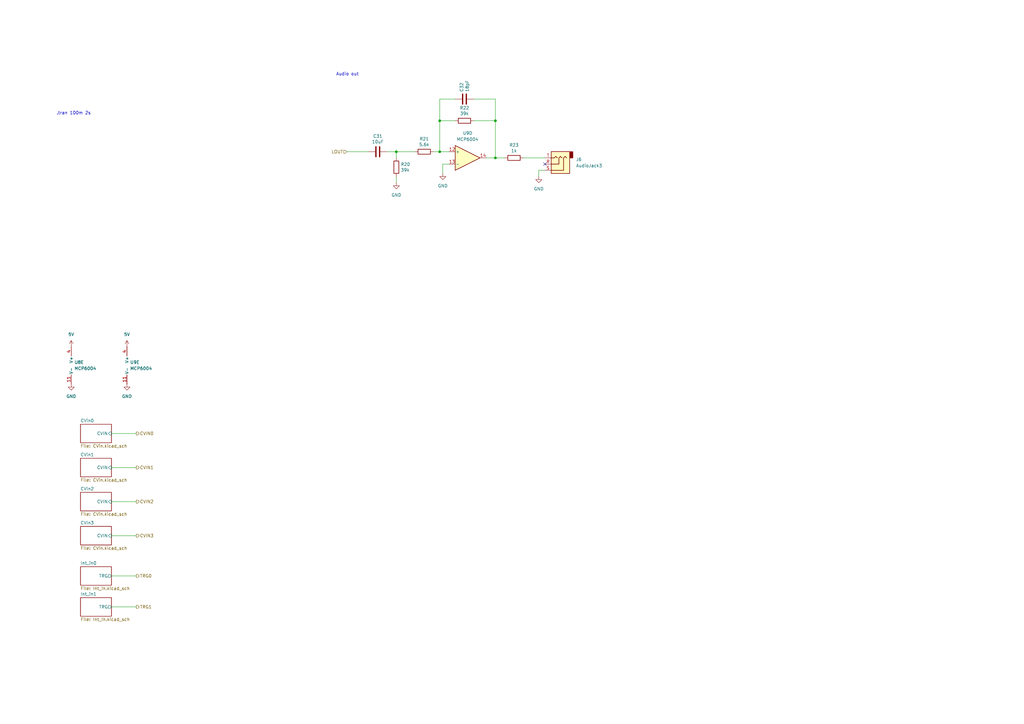
<source format=kicad_sch>
(kicad_sch (version 20231120) (generator "eeschema") (generator_version "8.0")
  (paper "A3")
  (lib_symbols
    (symbol "Amplifier_Operational:MCP6004" (pin_names (offset 0.127))
      (property "Reference" "U" (at 0 5.08 0))
      (property "Value" "MCP6004" (at 0 -5.08 0))
      (symbol "MCP6004_1_1"
        (polyline (pts (xy -5.08 5.08) (xy 5.08 0) (xy -5.08 -5.08) (xy -5.08 5.08)) (stroke (width 0.254)) (fill (type background)))
        (pin output line (at 7.62 0 180) (length 2.54) (name "~") (number "1"))
        (pin input line (at -7.62 -2.54 0) (length 2.54) (name "-") (number "2"))
        (pin input line (at -7.62 2.54 0) (length 2.54) (name "+") (number "3"))
      )
      (symbol "MCP6004_2_1"
        (polyline (pts (xy -5.08 5.08) (xy 5.08 0) (xy -5.08 -5.08) (xy -5.08 5.08)) (stroke (width 0.254)) (fill (type background)))
        (pin input line (at -7.62 2.54 0) (length 2.54) (name "+") (number "5"))
        (pin input line (at -7.62 -2.54 0) (length 2.54) (name "-") (number "6"))
        (pin output line (at 7.62 0 180) (length 2.54) (name "~") (number "7"))
      )
      (symbol "MCP6004_3_1"
        (polyline (pts (xy -5.08 5.08) (xy 5.08 0) (xy -5.08 -5.08) (xy -5.08 5.08)) (stroke (width 0.254)) (fill (type background)))
        (pin input line (at -7.62 2.54 0) (length 2.54) (name "+") (number "10"))
        (pin output line (at 7.62 0 180) (length 2.54) (name "~") (number "8"))
        (pin input line (at -7.62 -2.54 0) (length 2.54) (name "-") (number "9"))
      )
      (symbol "MCP6004_4_1"
        (polyline (pts (xy -5.08 5.08) (xy 5.08 0) (xy -5.08 -5.08) (xy -5.08 5.08)) (stroke (width 0.254)) (fill (type background)))
        (pin input line (at -7.62 2.54 0) (length 2.54) (name "+") (number "12"))
        (pin input line (at -7.62 -2.54 0) (length 2.54) (name "-") (number "13"))
        (pin output line (at 7.62 0 180) (length 2.54) (name "~") (number "14"))
      )
      (symbol "MCP6004_5_1"
        (pin power_in line (at -2.54 -7.62 90) (length 3.81) (name "V-") (number "11"))
        (pin power_in line (at -2.54 7.62 270) (length 3.81) (name "V+") (number "4"))
      )
    )
    (symbol "Connector_Audio:AudioJack3"
      (property "Reference" "J" (at 0 8.89 0))
      (property "Value" "AudioJack3" (at 0 6.35 0))
      (symbol "AudioJack3_0_1"
        (rectangle (start -5.08 -5.08) (end -6.35 -2.54) (stroke (width 0.254)) (fill (type outline)))
        (polyline (pts (xy 0 -2.54) (xy 0.635 -3.175) (xy 1.27 -2.54) (xy 2.54 -2.54)) (stroke (width 0.254)))
        (polyline (pts (xy -1.905 -2.54) (xy -1.27 -3.175) (xy -0.635 -2.54) (xy -0.635 0) (xy 2.54 0)) (stroke (width 0.254)))
        (polyline (pts (xy 2.54 2.54) (xy -2.54 2.54) (xy -2.54 -2.54) (xy -3.175 -3.175) (xy -3.81 -2.54)) (stroke (width 0.254)))
        (rectangle (start 2.54 3.81) (end -5.08 -5.08) (stroke (width 0.254)) (fill (type background)))
      )
      (symbol "AudioJack3_1_1"
        (pin passive line (at 5.08 0 180) (length 2.54) (name "~") (number "R"))
        (pin passive line (at 5.08 2.54 180) (length 2.54) (name "~") (number "S"))
        (pin passive line (at 5.08 -2.54 180) (length 2.54) (name "~") (number "T"))
      )
    )
    (symbol "Device:C" (pin_numbers hide) (pin_names (offset 0.254))
      (property "Reference" "C" (at 0.635 2.54 0))
      (property "Value" "C" (at 0.635 -2.54 0))
      (symbol "C_0_1"
        (polyline (pts (xy -2.032 -0.762) (xy 2.032 -0.762)) (stroke (width 0.508)))
        (polyline (pts (xy -2.032 0.762) (xy 2.032 0.762)) (stroke (width 0.508)))
      )
      (symbol "C_1_1"
        (pin passive line (at 0 3.81 270) (length 2.794) (name "~") (number "1"))
        (pin passive line (at 0 -3.81 90) (length 2.794) (name "~") (number "2"))
      )
    )
    (symbol "Device:R" (pin_numbers hide) (pin_names (offset 0))
      (property "Reference" "R" (at 2.032 0 90))
      (property "Value" "R" (at 0 0 90))
      (symbol "R_0_1"
        (rectangle (start -1.016 -2.54) (end 1.016 2.54) (stroke (width 0.254)))
      )
      (symbol "R_1_1"
        (pin passive line (at 0 3.81 270) (length 1.27) (name "~") (number "1"))
        (pin passive line (at 0 -3.81 90) (length 1.27) (name "~") (number "2"))
      )
    )
    (symbol "power:+5V" (power) (pin_numbers hide) (pin_names (offset 0) hide)
      (property "Value" "+5V" (at 0 3.556 0))
      (symbol "+5V_0_1"
        (polyline (pts (xy -0.762 1.27) (xy 0 2.54)))
        (polyline (pts (xy 0 0) (xy 0 2.54)))
        (polyline (pts (xy 0 2.54) (xy 0.762 1.27)))
      )
      (symbol "+5V_1_1"
        (pin power_in line (at 0 0 90) (length 0) (name "~") (number "1"))
      )
    )
    (symbol "power:GND" (power) (pin_numbers hide) (pin_names (offset 0) hide)
      (property "Value" "GND" (at 0 -3.81 0))
      (symbol "GND_0_1"
        (polyline (pts (xy 0 0) (xy 0 -1.27) (xy 1.27 -1.27) (xy 0 -2.54) (xy -1.27 -1.27) (xy 0 -1.27)))
      )
      (symbol "GND_1_1"
        (pin power_in line (at 0 0 270) (length 0) (name "~") (number "1"))
      )
    )
  )
  (junction (at 203.2 64.77))
  (junction (at 180.34 49.53))
  (junction (at 180.34 62.23))
  (junction (at 162.56 62.23))
  (junction (at 203.2 49.53))
  (no_connect (at 223.52 67.31))
  (wire (pts (xy 45.72 205.74) (xy 55.88 205.74)))
  (wire (pts (xy 45.72 236.22) (xy 55.88 236.22)))
  (wire (pts (xy 162.56 64.77) (xy 162.56 62.23)))
  (wire (pts (xy 223.52 69.85) (xy 220.98 69.85)))
  (wire (pts (xy 151.13 62.23) (xy 142.24 62.23)))
  (wire (pts (xy 194.31 49.53) (xy 203.2 49.53)))
  (wire (pts (xy 45.72 248.92) (xy 55.88 248.92)))
  (wire (pts (xy 199.39 64.77) (xy 203.2 64.77)))
  (wire (pts (xy 184.15 67.31) (xy 181.61 67.31)))
  (wire (pts (xy 186.69 40.64) (xy 180.34 40.64)))
  (wire (pts (xy 214.63 64.77) (xy 223.52 64.77)))
  (wire (pts (xy 180.34 62.23) (xy 184.15 62.23)))
  (wire (pts (xy 194.31 40.64) (xy 203.2 40.64)))
  (wire (pts (xy 203.2 64.77) (xy 207.01 64.77)))
  (wire (pts (xy 158.75 62.23) (xy 162.56 62.23)))
  (wire (pts (xy 162.56 72.39) (xy 162.56 74.93)))
  (wire (pts (xy 186.69 49.53) (xy 180.34 49.53)))
  (wire (pts (xy 220.98 69.85) (xy 220.98 72.39)))
  (wire (pts (xy 203.2 40.64) (xy 203.2 49.53)))
  (wire (pts (xy 180.34 40.64) (xy 180.34 49.53)))
  (wire (pts (xy 177.8 62.23) (xy 180.34 62.23)))
  (wire (pts (xy 45.72 219.71) (xy 55.88 219.71)))
  (wire (pts (xy 181.61 67.31) (xy 181.61 71.12)))
  (wire (pts (xy 203.2 49.53) (xy 203.2 64.77)))
  (wire (pts (xy 162.56 62.23) (xy 170.18 62.23)))
  (wire (pts (xy 180.34 49.53) (xy 180.34 62.23)))
  (wire (pts (xy 45.72 191.77) (xy 55.88 191.77)))
  (wire (pts (xy 45.72 177.8) (xy 55.88 177.8)))
  (text "Audio out\n" (at 142.494 30.48 0) (effects (font (size 1.27 1.27))))
  (text ".tran 100m 2s" (at 30.226 46.482 0) (effects (font (size 1.27 1.27))))
  (hierarchical_label "CVIN2" (shape output) (at 55.88 205.74 0))
  (hierarchical_label "LOUT" (shape input) (at 142.24 62.23 180))
  (hierarchical_label "CVIN3" (shape output) (at 55.88 219.71 0))
  (hierarchical_label "TRG0" (shape output) (at 55.88 236.22 0))
  (hierarchical_label "TRG1" (shape output) (at 55.88 248.92 0))
  (hierarchical_label "CVIN0" (shape output) (at 55.88 177.8 0))
  (hierarchical_label "CVIN1" (shape output) (at 55.88 191.77 0))
  (symbol (lib_id "Device:C") (at 154.94 62.23 270) (unit 1)
    (property "Reference" "C31" (at 154.94 55.8292 90))
    (property "Value" "10uF" (at 154.94 58.1406 90))
    (property "Footprint" "Capacitor_SMD:C_0805_2012Metric" (effects (hide yes)))
    (property "RefNum" "_generic_" (effects (hide yes)))
  )
  (symbol (lib_id "power:GND") (at 220.98 72.39 0) (unit 1)
    (property "Reference" "#PWR062" (effects (hide yes)))
    (property "Value" "GND" (at 220.98 77.47 0))
    (property "Description" "Power symbol creates a global label with name \"GND\" , ground" (effects (hide yes)))
  )
  (symbol (lib_id "power:+5V") (at 52.07 142.24 0) (unit 1)
    (property "Reference" "#PWR058" (effects (hide yes)))
    (property "Value" "5V" (at 52.07 137.16 0))
    (property "Description" "Power symbol creates a global label with name \"+5V\"" (effects (hide yes)))
  )
  (symbol (lib_id "power:GND") (at 162.56 74.93 0) (unit 1)
    (property "Reference" "#PWR060" (effects (hide yes)))
    (property "Value" "GND" (at 162.56 80.01 0))
    (property "Description" "Power symbol creates a global label with name \"GND\" , ground" (effects (hide yes)))
  )
  (symbol (lib_id "power:+5V") (at 29.21 142.24 0) (unit 1)
    (property "Reference" "#PWR056" (effects (hide yes)))
    (property "Value" "5V" (at 29.21 137.16 0))
    (property "Description" "Power symbol creates a global label with name \"+5V\"" (effects (hide yes)))
  )
  (symbol (lib_id "power:GND") (at 181.61 71.12 0) (unit 1)
    (property "Reference" "#PWR061" (effects (hide yes)))
    (property "Value" "GND" (at 181.61 76.2 0))
    (property "Description" "Power symbol creates a global label with name \"GND\" , ground" (effects (hide yes)))
  )
  (symbol (lib_id "Device:R") (at 162.56 68.58 0) (unit 1)
    (property "Reference" "R20" (at 164.338 67.4116 0) (effects (justify left)))
    (property "Value" "39k" (at 164.338 69.723 0) (effects (justify left)))
    (property "Footprint" "Resistor_SMD:R_0402_1005Metric" (effects (hide yes)))
    (property "RefNum" "_generic_" (effects (hide yes)))
  )
  (symbol (lib_id "Amplifier_Operational:MCP6004") (at 31.75 149.86 0) (unit 5)
    (property "Reference" "U8" (at 30.48 148.5899 0) (effects (justify left)))
    (property "Value" "MCP6004" (at 30.48 151.1299 0) (effects (justify left)))
    (property "Footprint" "Package_SO:TSSOP-14_4.4x5mm_P0.65mm" (effects (hide yes)))
    (property "Datasheet" "http://ww1.microchip.com/downloads/en/DeviceDoc/21733j.pdf" (effects (hide yes)))
    (property "Description" "1MHz, Low-Power Op Amp, DIP-14/SOIC-14/TSSOP-14" (effects (hide yes)))
    (property "Sim.Library" "/home/eve/Documents/asynth2osc/kicad/asynthosc/spice_mods/MCP600x.txt" (effects (hide yes)))
    (property "Sim.Name" "MCP6004_pinout" (effects (hide yes)))
    (property "Sim.Device" "SUBCKT" (effects (hide yes)))
    (property "Sim.Pins" "1=1 2=2 3=3 4=4 5=5 6=6 7=7 8=8 9=9 10=10 11=11 12=12 13=13 14=14" (effects (hide yes)))
    (property "Manufacturer" "Microchip" (effects (hide yes)))
    (property "RefNum" " MCP6004T-E/ST" (effects (hide yes)))
  )
  (symbol (lib_id "Device:R") (at 173.99 62.23 270) (unit 1)
    (property "Reference" "R21" (at 173.99 56.9722 90))
    (property "Value" "5.6k" (at 173.99 59.2836 90))
    (property "Footprint" "Resistor_SMD:R_0402_1005Metric" (effects (hide yes)))
    (property "RefNum" "_generic_" (effects (hide yes)))
  )
  (symbol (lib_id "Device:R") (at 190.5 49.53 270) (unit 1)
    (property "Reference" "R22" (at 190.5 44.2722 90))
    (property "Value" "39k" (at 190.5 46.5836 90))
    (property "Footprint" "Resistor_SMD:R_0402_1005Metric" (effects (hide yes)))
    (property "RefNum" "_generic_" (effects (hide yes)))
  )
  (symbol (lib_id "Connector_Audio:AudioJack3") (at 228.6 67.31 180) (unit 1)
    (property "Reference" "J6" (at 236.22 65.4049 0) (effects (justify right)))
    (property "Value" "AudioJack3" (at 236.22 67.9449 0) (effects (justify right)))
    (property "Footprint" "asynthosc:Jack_3.5mm_3legs_XKB_PJ-3411_Vertical" (effects (hide yes)))
    (property "Description" "Audio Jack, 3 Poles (Stereo / TRS)" (effects (hide yes)))
    (property "Sim.Device" "V" (effects (hide yes)))
    (property "Sim.Type" "PULSE" (effects (hide yes)))
    (property "Sim.Pins" "R=+ T=-" (effects (hide yes)))
    (property "Sim.Params" "y1=0 y2=5 td=0 tr=0 tf=0 tw=0 per=32u" (effects (hide yes)))
    (property "Manufacturer" "XKB" (effects (hide yes)))
    (property "RefNum" "PJ-3411 " (effects (hide yes)))
  )
  (symbol (lib_id "power:GND") (at 29.21 157.48 0) (unit 1)
    (property "Reference" "#PWR057" (effects (hide yes)))
    (property "Value" "GND" (at 29.21 162.56 0))
    (property "Description" "Power symbol creates a global label with name \"GND\" , ground" (effects (hide yes)))
  )
  (symbol (lib_id "Device:R") (at 210.82 64.77 270) (unit 1)
    (property "Reference" "R23" (at 210.82 59.5122 90))
    (property "Value" "1k" (at 210.82 61.8236 90))
    (property "Footprint" "Resistor_SMD:R_0402_1005Metric" (effects (hide yes)))
    (property "RefNum" "_generic_" (effects (hide yes)))
  )
  (symbol (lib_id "Amplifier_Operational:MCP6004") (at 54.61 149.86 0) (unit 5)
    (property "Reference" "U9" (at 53.34 148.5899 0) (effects (justify left)))
    (property "Value" "MCP6004" (at 53.34 151.1299 0) (effects (justify left)))
    (property "Footprint" "Package_SO:TSSOP-14_4.4x5mm_P0.65mm" (effects (hide yes)))
    (property "Datasheet" "http://ww1.microchip.com/downloads/en/DeviceDoc/21733j.pdf" (effects (hide yes)))
    (property "Description" "1MHz, Low-Power Op Amp, DIP-14/SOIC-14/TSSOP-14" (effects (hide yes)))
    (property "Sim.Library" "/home/eve/Documents/asynth2osc/kicad/asynthosc/spice_mods/MCP600x.txt" (effects (hide yes)))
    (property "Sim.Name" "MCP6004_pinout" (effects (hide yes)))
    (property "Sim.Device" "SUBCKT" (effects (hide yes)))
    (property "Sim.Pins" "1=1 2=2 3=3 4=4 5=5 6=6 7=7 8=8 9=9 10=10 11=11 12=12 13=13 14=14" (effects (hide yes)))
    (property "Manufacturer" "Microchip" (effects (hide yes)))
    (property "RefNum" " MCP6004T-E/ST" (effects (hide yes)))
  )
  (symbol (lib_id "Device:C") (at 190.5 40.64 90) (unit 1)
    (property "Reference" "C32" (at 189.3316 37.719 0) (effects (justify left)))
    (property "Value" "18pF" (at 191.643 37.719 0) (effects (justify left)))
    (property "Footprint" "Capacitor_SMD:C_0603_1608Metric" (effects (hide yes)))
    (property "RefNum" "_generic_" (effects (hide yes)))
  )
  (symbol (lib_id "power:GND") (at 52.07 157.48 0) (unit 1)
    (property "Reference" "#PWR059" (effects (hide yes)))
    (property "Value" "GND" (at 52.07 162.56 0))
    (property "Description" "Power symbol creates a global label with name \"GND\" , ground" (effects (hide yes)))
  )
  (symbol (lib_id "Amplifier_Operational:MCP6004") (at 191.77 64.77 0) (unit 4)
    (property "Reference" "U9" (at 191.77 54.61 0))
    (property "Value" "MCP6004" (at 191.77 57.15 0))
    (property "Footprint" "Package_SO:TSSOP-14_4.4x5mm_P0.65mm" (effects (hide yes)))
    (property "Datasheet" "http://ww1.microchip.com/downloads/en/DeviceDoc/21733j.pdf" (effects (hide yes)))
    (property "Description" "1MHz, Low-Power Op Amp, DIP-14/SOIC-14/TSSOP-14" (effects (hide yes)))
    (property "Sim.Library" "/home/eve/Documents/asynth2osc/kicad/asynthosc/spice_mods/MCP600x.txt" (effects (hide yes)))
    (property "Sim.Name" "MCP6004_pinout" (effects (hide yes)))
    (property "Sim.Device" "SUBCKT" (effects (hide yes)))
    (property "Sim.Pins" "1=1 2=2 3=3 4=4 5=5 6=6 7=7 8=8 9=9 10=10 11=11 12=12 13=13 14=14" (effects (hide yes)))
    (property "Manufacturer" "Microchip" (effects (hide yes)))
    (property "RefNum" " MCP6004T-E/ST" (effects (hide yes)))
  )
  (sheet (at 33.02 245.11) (size 12.7 7.62) (stroke (width 0.1524))
    (property "Sheetname" "Int_in1" (at 33.02 244.3984 0) (effects (justify left bottom)))
    (property "Sheetfile" "Int_in.kicad_sch" (at 33.02 253.3146 0) (effects (justify left top)))
    (pin "TRG" output (at 45.72 248.92 0))
  )
  (sheet (at 33.02 232.41) (size 12.7 7.62) (stroke (width 0.1524))
    (property "Sheetname" "Int_in0" (at 33.02 231.6984 0) (effects (justify left bottom)))
    (property "Sheetfile" "Int_in.kicad_sch" (at 33.02 240.6146 0) (effects (justify left top)))
    (pin "TRG" output (at 45.72 236.22 0))
  )
  (sheet (at 33.02 215.9) (size 12.7 7.62) (stroke (width 0.1524))
    (property "Sheetname" "CVin3" (at 33.02 215.1884 0) (effects (justify left bottom)))
    (property "Sheetfile" "CVin.kicad_sch" (at 33.02 224.1046 0) (effects (justify left top)))
    (pin "CVIN" input (at 45.72 219.71 0))
  )
  (sheet (at 33.02 201.93) (size 12.7 7.62) (stroke (width 0.1524))
    (property "Sheetname" "CVin2" (at 33.02 201.2184 0) (effects (justify left bottom)))
    (property "Sheetfile" "CVin.kicad_sch" (at 33.02 210.1346 0) (effects (justify left top)))
    (pin "CVIN" input (at 45.72 205.74 0))
  )
  (sheet (at 33.02 187.96) (size 12.7 7.62) (stroke (width 0.1524))
    (property "Sheetname" "CVin1" (at 33.02 187.2484 0) (effects (justify left bottom)))
    (property "Sheetfile" "CVin.kicad_sch" (at 33.02 196.1646 0) (effects (justify left top)))
    (pin "CVIN" input (at 45.72 191.77 0))
  )
  (sheet (at 33.02 173.99) (size 12.7 7.62) (stroke (width 0.1524))
    (property "Sheetname" "CVin0" (at 33.02 173.2784 0) (effects (justify left bottom)))
    (property "Sheetfile" "CVin.kicad_sch" (at 33.02 182.1946 0) (effects (justify left top)))
    (pin "CVIN" input (at 45.72 177.8 0))
  )
)
</source>
